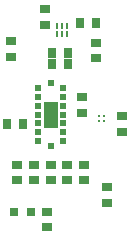
<source format=gbr>
G04 EAGLE Gerber RS-274X export*
G75*
%MOMM*%
%FSLAX34Y34*%
%LPD*%
%INSolderpaste Top*%
%IPPOS*%
%AMOC8*
5,1,8,0,0,1.08239X$1,22.5*%
G01*
%ADD10R,0.900000X0.700000*%
%ADD11R,0.800000X0.800000*%
%ADD12R,0.200000X0.100000*%
%ADD13R,0.515000X0.500000*%
%ADD14R,0.500000X0.535000*%
%ADD15R,1.200000X2.316000*%
%ADD16R,0.700000X0.900000*%
%ADD17C,0.208000*%
%ADD18R,0.280000X0.530000*%


D10*
X26988Y152250D03*
X26988Y165250D03*
X47625Y76050D03*
X47625Y89050D03*
X60325Y149375D03*
X60325Y136375D03*
D11*
X-16313Y68263D03*
X-31313Y68263D03*
D10*
X-3175Y55413D03*
X-3175Y68413D03*
X0Y108100D03*
X0Y95100D03*
X14288Y108100D03*
X14288Y95100D03*
X-14288Y108100D03*
X-14288Y95100D03*
X28575Y108100D03*
X28575Y95100D03*
D12*
X-9000Y125313D03*
D13*
X-10580Y128313D03*
X-10580Y135813D03*
X-10580Y143313D03*
X-10580Y150813D03*
X-10580Y158313D03*
X-10580Y165813D03*
X-10580Y173313D03*
D14*
X0Y124133D03*
D15*
X0Y150813D03*
D14*
X0Y177493D03*
D13*
X10580Y128313D03*
X10580Y135813D03*
X10580Y143313D03*
X10580Y150813D03*
X10580Y158313D03*
X10580Y165813D03*
X10580Y173313D03*
D10*
X-28575Y108100D03*
X-28575Y95100D03*
D16*
X1438Y203200D03*
X14438Y203200D03*
D10*
X-4763Y226863D03*
X-4763Y239863D03*
D17*
X40863Y149638D03*
X44863Y149638D03*
X40863Y145638D03*
X44863Y145638D03*
D18*
X5525Y218850D03*
X9525Y218850D03*
X13525Y218850D03*
X13525Y225650D03*
X9525Y225650D03*
X5525Y225650D03*
D10*
X38100Y198288D03*
X38100Y211288D03*
X-33338Y199875D03*
X-33338Y212875D03*
D16*
X-23663Y142875D03*
X-36663Y142875D03*
X1438Y193675D03*
X14438Y193675D03*
X38250Y228600D03*
X25250Y228600D03*
M02*

</source>
